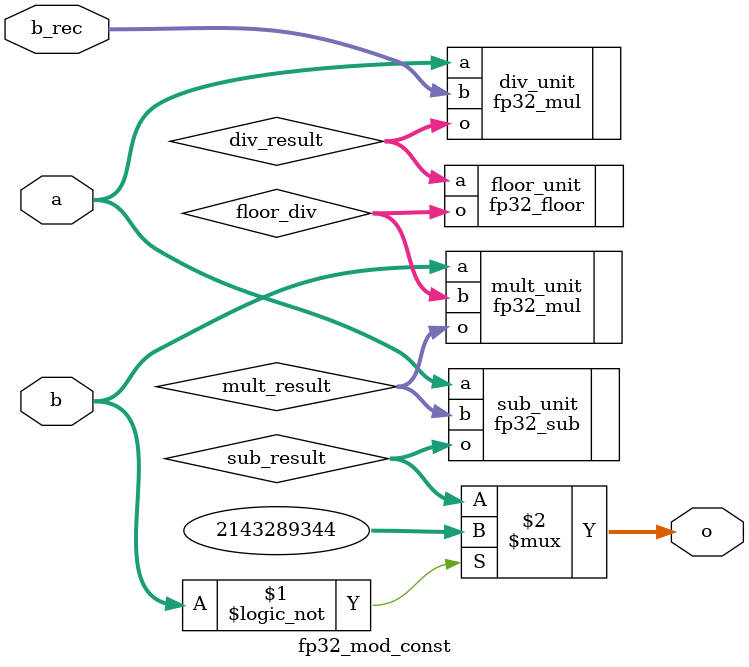
<source format=v>
`timescale 1ns / 1ps


module fp32_mod_const(
    input wire [31:0] a,  // FP32 input A (Dividend)
    input wire [31:0] b,  // FP32 input B (Divisor)
    input wire [31:0] b_rec,
    output wire [31:0] o  // FP32 output (Remainder)
);

    wire [31:0] div_result;
    wire [31:0] floor_div;
    wire [31:0] mult_result;
    wire [31:0] sub_result;

    // FP32 Division: a / b
    fp32_mul div_unit (
        .a(a),
        .b(b_rec),
        .o(div_result)
    );

    // Truncate division result to integer (floor)
    fp32_floor floor_unit (
        .a(div_result),
        .o(floor_div)
    );

    // Multiply: b * floor(a / b)
    fp32_mul mult_unit (
        .a(b),
        .b(floor_div),
        .o(mult_result)
    );

    // Subtract: a - (b * floor(a / b))
    fp32_sub sub_unit (
        .a(a),
        .b(mult_result),
        .o(sub_result)
    );

    // Handle Special Cases: NaN for division by zero
    assign o = (b == 32'b0) ? 32'h7FC00000 : sub_result; // Return NaN if b == 0

endmodule

</source>
